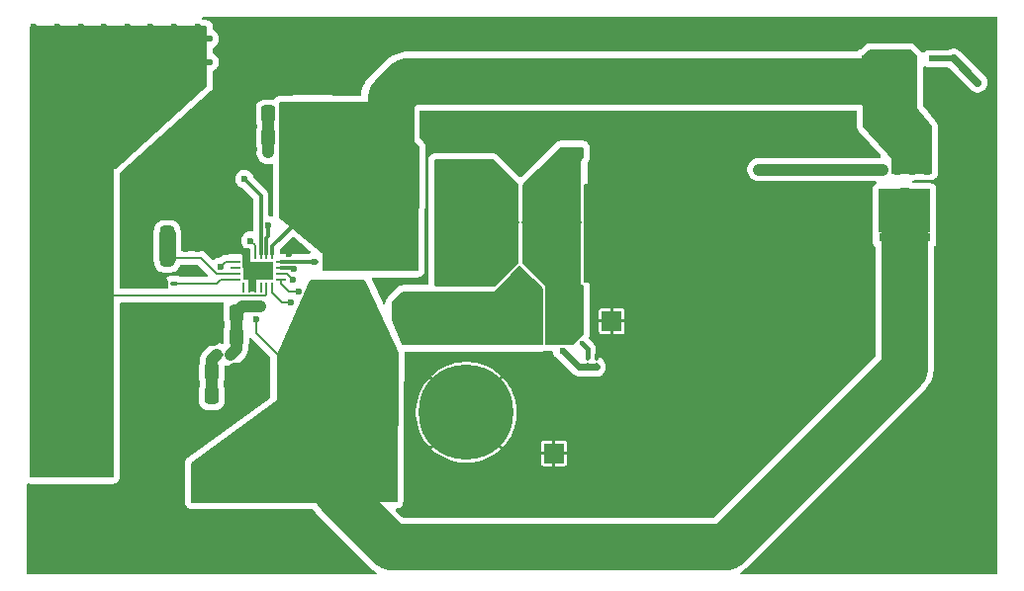
<source format=gbr>
%TF.GenerationSoftware,KiCad,Pcbnew,9.0.1*%
%TF.CreationDate,2025-11-16T17:30:07-08:00*%
%TF.ProjectId,Si-LTC7800-Alternate,53692d4c-5443-4373-9830-302d416c7465,rev?*%
%TF.SameCoordinates,Original*%
%TF.FileFunction,Copper,L1,Top*%
%TF.FilePolarity,Positive*%
%FSLAX46Y46*%
G04 Gerber Fmt 4.6, Leading zero omitted, Abs format (unit mm)*
G04 Created by KiCad (PCBNEW 9.0.1) date 2025-11-16 17:30:07*
%MOMM*%
%LPD*%
G01*
G04 APERTURE LIST*
G04 Aperture macros list*
%AMRoundRect*
0 Rectangle with rounded corners*
0 $1 Rounding radius*
0 $2 $3 $4 $5 $6 $7 $8 $9 X,Y pos of 4 corners*
0 Add a 4 corners polygon primitive as box body*
4,1,4,$2,$3,$4,$5,$6,$7,$8,$9,$2,$3,0*
0 Add four circle primitives for the rounded corners*
1,1,$1+$1,$2,$3*
1,1,$1+$1,$4,$5*
1,1,$1+$1,$6,$7*
1,1,$1+$1,$8,$9*
0 Add four rect primitives between the rounded corners*
20,1,$1+$1,$2,$3,$4,$5,0*
20,1,$1+$1,$4,$5,$6,$7,0*
20,1,$1+$1,$6,$7,$8,$9,0*
20,1,$1+$1,$8,$9,$2,$3,0*%
G04 Aperture macros list end*
%TA.AperFunction,Conductor*%
%ADD10C,0.200000*%
%TD*%
%TA.AperFunction,SMDPad,CuDef*%
%ADD11RoundRect,0.250000X-0.337500X-0.475000X0.337500X-0.475000X0.337500X0.475000X-0.337500X0.475000X0*%
%TD*%
%TA.AperFunction,SMDPad,CuDef*%
%ADD12R,2.380000X8.500000*%
%TD*%
%TA.AperFunction,SMDPad,CuDef*%
%ADD13RoundRect,0.250000X0.337500X0.475000X-0.337500X0.475000X-0.337500X-0.475000X0.337500X-0.475000X0*%
%TD*%
%TA.AperFunction,SMDPad,CuDef*%
%ADD14RoundRect,0.100000X-0.224506X0.083085X0.083085X-0.224506X0.224506X-0.083085X-0.083085X0.224506X0*%
%TD*%
%TA.AperFunction,SMDPad,CuDef*%
%ADD15RoundRect,0.100000X0.100000X-0.217500X0.100000X0.217500X-0.100000X0.217500X-0.100000X-0.217500X0*%
%TD*%
%TA.AperFunction,SMDPad,CuDef*%
%ADD16R,0.850000X0.500000*%
%TD*%
%TA.AperFunction,SMDPad,CuDef*%
%ADD17R,0.800000X0.600000*%
%TD*%
%TA.AperFunction,SMDPad,CuDef*%
%ADD18R,3.750000X4.410000*%
%TD*%
%TA.AperFunction,SMDPad,CuDef*%
%ADD19RoundRect,0.100000X-0.217500X-0.100000X0.217500X-0.100000X0.217500X0.100000X-0.217500X0.100000X0*%
%TD*%
%TA.AperFunction,ComponentPad*%
%ADD20C,8.115000*%
%TD*%
%TA.AperFunction,ComponentPad*%
%ADD21R,1.700000X1.700000*%
%TD*%
%TA.AperFunction,SMDPad,CuDef*%
%ADD22R,0.270000X0.840000*%
%TD*%
%TA.AperFunction,SMDPad,CuDef*%
%ADD23R,0.840000X0.270000*%
%TD*%
%TA.AperFunction,SMDPad,CuDef*%
%ADD24R,2.650000X1.650000*%
%TD*%
%TA.AperFunction,SMDPad,CuDef*%
%ADD25RoundRect,0.100000X-0.100000X0.217500X-0.100000X-0.217500X0.100000X-0.217500X0.100000X0.217500X0*%
%TD*%
%TA.AperFunction,SMDPad,CuDef*%
%ADD26RoundRect,0.250000X-0.475000X0.337500X-0.475000X-0.337500X0.475000X-0.337500X0.475000X0.337500X0*%
%TD*%
%TA.AperFunction,SMDPad,CuDef*%
%ADD27RoundRect,0.100000X0.217500X0.100000X-0.217500X0.100000X-0.217500X-0.100000X0.217500X-0.100000X0*%
%TD*%
%TA.AperFunction,SMDPad,CuDef*%
%ADD28R,0.500000X0.850000*%
%TD*%
%TA.AperFunction,SMDPad,CuDef*%
%ADD29R,0.600000X0.800000*%
%TD*%
%TA.AperFunction,SMDPad,CuDef*%
%ADD30R,4.410000X3.750000*%
%TD*%
%TA.AperFunction,SMDPad,CuDef*%
%ADD31RoundRect,0.250000X0.475000X-0.337500X0.475000X0.337500X-0.475000X0.337500X-0.475000X-0.337500X0*%
%TD*%
%TA.AperFunction,ViaPad*%
%ADD32C,0.600000*%
%TD*%
%TA.AperFunction,Conductor*%
%ADD33C,0.300000*%
%TD*%
%TA.AperFunction,Conductor*%
%ADD34C,0.500000*%
%TD*%
%TA.AperFunction,Conductor*%
%ADD35C,0.700000*%
%TD*%
%TA.AperFunction,Conductor*%
%ADD36C,1.397000*%
%TD*%
%TA.AperFunction,Conductor*%
%ADD37C,4.000000*%
%TD*%
%TA.AperFunction,Conductor*%
%ADD38C,2.000000*%
%TD*%
%TA.AperFunction,Conductor*%
%ADD39C,1.000000*%
%TD*%
%TA.AperFunction,Conductor*%
%ADD40C,0.600000*%
%TD*%
%TA.AperFunction,Conductor*%
%ADD41C,0.400000*%
%TD*%
G04 APERTURE END LIST*
D10*
%TO.N,/SW*%
X136779808Y-121663870D02*
X137260265Y-131288135D01*
X132086998Y-131270555D01*
X132086999Y-121464545D01*
X133724117Y-121449701D01*
X136555899Y-121448608D01*
X136779808Y-121663870D01*
%TA.AperFunction,Conductor*%
G36*
X136779808Y-121663870D02*
G01*
X137260265Y-131288135D01*
X132086998Y-131270555D01*
X132086999Y-121464545D01*
X133724117Y-121449701D01*
X136555899Y-121448608D01*
X136779808Y-121663870D01*
G37*
%TD.AperFunction*%
%TO.N,GND*%
X160056844Y-136829212D02*
X158141698Y-136829212D01*
X158141698Y-128510579D01*
X160056844Y-128510579D01*
X160056844Y-136829212D01*
%TA.AperFunction,Conductor*%
G36*
X160056844Y-136829212D02*
G01*
X158141698Y-136829212D01*
X158141698Y-128510579D01*
X160056844Y-128510579D01*
X160056844Y-136829212D01*
G37*
%TD.AperFunction*%
X129837387Y-137601108D02*
X129432253Y-137596089D01*
X129432253Y-136596089D01*
X129834260Y-136596089D01*
X129837387Y-137601108D01*
%TA.AperFunction,Conductor*%
G36*
X129837387Y-137601108D02*
G01*
X129432253Y-137596089D01*
X129432253Y-136596089D01*
X129834260Y-136596089D01*
X129837387Y-137601108D01*
G37*
%TD.AperFunction*%
%TO.N,/Vout*%
X117730359Y-153517721D02*
X110730359Y-153517721D01*
X110730359Y-116517721D01*
X117730359Y-116517721D01*
X117730359Y-153517721D01*
%TA.AperFunction,Conductor*%
G36*
X117730359Y-153517721D02*
G01*
X110730359Y-153517721D01*
X110730359Y-116517721D01*
X117730359Y-116517721D01*
X117730359Y-153517721D01*
G37*
%TD.AperFunction*%
%TO.N,/SW*%
X140102834Y-121470384D02*
X143870182Y-125256474D01*
X143848710Y-135820898D01*
X135744861Y-135818931D01*
X135743949Y-135749656D01*
X135716651Y-121446673D01*
X140102834Y-121470384D01*
%TA.AperFunction,Conductor*%
G36*
X140102834Y-121470384D02*
G01*
X143870182Y-125256474D01*
X143848710Y-135820898D01*
X135744861Y-135818931D01*
X135743949Y-135749656D01*
X135716651Y-121446673D01*
X140102834Y-121470384D01*
G37*
%TD.AperFunction*%
X136011865Y-134538337D02*
X135978304Y-134538337D01*
X132086998Y-131270555D01*
X136016061Y-131266084D01*
X136011865Y-134538337D01*
%TA.AperFunction,Conductor*%
G36*
X136011865Y-134538337D02*
G01*
X135978304Y-134538337D01*
X132086998Y-131270555D01*
X136016061Y-131266084D01*
X136011865Y-134538337D01*
G37*
%TD.AperFunction*%
%TO.N,/Vout*%
X125730359Y-120000000D02*
X117967825Y-127086351D01*
X110730359Y-127000000D01*
X110730359Y-115000000D01*
X125730359Y-115000000D01*
X125730359Y-120000000D01*
%TA.AperFunction,Conductor*%
G36*
X125730359Y-120000000D02*
G01*
X117967825Y-127086351D01*
X110730359Y-127000000D01*
X110730359Y-115000000D01*
X125730359Y-115000000D01*
X125730359Y-120000000D01*
G37*
%TD.AperFunction*%
%TO.N,/VIN*%
X133680461Y-155678080D02*
X124500000Y-155678080D01*
X124500000Y-152345411D01*
X133645471Y-145728505D01*
X133680461Y-155678080D01*
%TA.AperFunction,Conductor*%
G36*
X133680461Y-155678080D02*
G01*
X124500000Y-155678080D01*
X124500000Y-152345411D01*
X133645471Y-145728505D01*
X133680461Y-155678080D01*
G37*
%TD.AperFunction*%
%TO.N,Net-(L1-Pad2)*%
X152383024Y-128515597D02*
X152383024Y-135194162D01*
X150464678Y-137112508D01*
X145386392Y-137112508D01*
X145367514Y-137093630D01*
X145367514Y-126370709D01*
X145368050Y-126370173D01*
X150237600Y-126370173D01*
X152383024Y-128515597D01*
%TA.AperFunction,Conductor*%
G36*
X152383024Y-128515597D02*
G01*
X152383024Y-135194162D01*
X150464678Y-137112508D01*
X145386392Y-137112508D01*
X145367514Y-137093630D01*
X145367514Y-126370709D01*
X145368050Y-126370173D01*
X150237600Y-126370173D01*
X152383024Y-128515597D01*
G37*
%TD.AperFunction*%
%TO.N,/SW*%
X186500000Y-117500000D02*
X186500000Y-122000000D01*
X187750000Y-123500000D01*
X187750000Y-127500000D01*
X184500000Y-127500000D01*
X184500000Y-126250000D01*
X182000000Y-123500000D01*
X182000000Y-117500000D01*
X182500000Y-117000000D01*
X186000000Y-117000000D01*
X186500000Y-117500000D01*
%TA.AperFunction,Conductor*%
G36*
X186500000Y-117500000D02*
G01*
X186500000Y-122000000D01*
X187750000Y-123500000D01*
X187750000Y-127500000D01*
X184500000Y-127500000D01*
X184500000Y-126250000D01*
X182000000Y-123500000D01*
X182000000Y-117500000D01*
X182500000Y-117000000D01*
X186000000Y-117000000D01*
X186500000Y-117500000D01*
G37*
%TD.AperFunction*%
%TO.N,/VIN*%
X142092171Y-142925733D02*
X142000000Y-155633247D01*
X131817612Y-155678080D01*
X131844028Y-143064504D01*
X134710568Y-136716955D01*
X139289130Y-136711072D01*
X142092171Y-142925733D01*
%TA.AperFunction,Conductor*%
G36*
X142092171Y-142925733D02*
G01*
X142000000Y-155633247D01*
X131817612Y-155678080D01*
X131844028Y-143064504D01*
X134710568Y-136716955D01*
X139289130Y-136711072D01*
X142092171Y-142925733D01*
G37*
%TD.AperFunction*%
%TO.N,/Vout*%
X157968492Y-125338787D02*
X157960242Y-126149387D01*
X157747698Y-126483971D01*
X157708427Y-137151462D01*
X154838903Y-137151462D01*
X152875483Y-135188042D01*
X152875483Y-128546224D01*
X156081118Y-125337712D01*
X157968492Y-125338787D01*
%TA.AperFunction,Conductor*%
G36*
X157968492Y-125338787D02*
G01*
X157960242Y-126149387D01*
X157747698Y-126483971D01*
X157708427Y-137151462D01*
X154838903Y-137151462D01*
X152875483Y-135188042D01*
X152875483Y-128546224D01*
X156081118Y-125337712D01*
X157968492Y-125338787D01*
G37*
%TD.AperFunction*%
%TO.N,GND*%
X120753748Y-135254840D02*
X122410179Y-136758298D01*
X122416440Y-137297408D01*
X119000000Y-137234419D01*
X119000000Y-131925262D01*
X120747684Y-131925262D01*
X120753748Y-135254840D01*
%TA.AperFunction,Conductor*%
G36*
X120753748Y-135254840D02*
G01*
X122410179Y-136758298D01*
X122416440Y-137297408D01*
X119000000Y-137234419D01*
X119000000Y-131925262D01*
X120747684Y-131925262D01*
X120753748Y-135254840D01*
G37*
%TD.AperFunction*%
%TO.N,/SENSE+*%
X150388081Y-142180623D02*
X142578222Y-142180623D01*
X141668011Y-140107736D01*
X141668010Y-138618943D01*
X142590314Y-137696639D01*
X150388081Y-137696639D01*
X150388081Y-142180623D01*
%TA.AperFunction,Conductor*%
G36*
X150388081Y-142180623D02*
G01*
X142578222Y-142180623D01*
X141668011Y-140107736D01*
X141668010Y-138618943D01*
X142590314Y-137696639D01*
X150388081Y-137696639D01*
X150388081Y-142180623D01*
G37*
%TD.AperFunction*%
%TO.N,GND*%
X129405134Y-135005019D02*
X129000000Y-135000000D01*
X129000000Y-134000000D01*
X129402007Y-134000000D01*
X129405134Y-135005019D01*
%TA.AperFunction,Conductor*%
G36*
X129405134Y-135005019D02*
G01*
X129000000Y-135000000D01*
X129000000Y-134000000D01*
X129402007Y-134000000D01*
X129405134Y-135005019D01*
G37*
%TD.AperFunction*%
%TO.N,/Vout*%
X157956668Y-141328852D02*
X157126165Y-142159355D01*
X154838903Y-142159355D01*
X154838903Y-137151462D01*
X157956668Y-137151462D01*
X157956668Y-141328852D01*
%TA.AperFunction,Conductor*%
G36*
X157956668Y-141328852D02*
G01*
X157126165Y-142159355D01*
X154838903Y-142159355D01*
X154838903Y-137151462D01*
X157956668Y-137151462D01*
X157956668Y-141328852D01*
G37*
%TD.AperFunction*%
%TO.N,/SENSE+*%
X154449884Y-137431032D02*
X154449884Y-140252282D01*
X154449884Y-142180623D01*
X150388081Y-142180623D01*
X150388081Y-137744749D01*
X150857583Y-137275247D01*
X152575841Y-135556989D01*
X154449884Y-137431032D01*
%TA.AperFunction,Conductor*%
G36*
X154449884Y-137431032D02*
G01*
X154449884Y-140252282D01*
X154449884Y-142180623D01*
X150388081Y-142180623D01*
X150388081Y-137744749D01*
X150857583Y-137275247D01*
X152575841Y-135556989D01*
X154449884Y-137431032D01*
G37*
%TD.AperFunction*%
%TD*%
D11*
%TO.P,C3,1*%
%TO.N,/BOOST*%
X131067215Y-124443160D03*
%TO.P,C3,2*%
%TO.N,/SW*%
X133142215Y-124443160D03*
%TD*%
D12*
%TO.P,L1,1*%
%TO.N,/SW*%
X142723346Y-131618655D03*
%TO.P,L1,2*%
%TO.N,Net-(L1-Pad2)*%
X149373346Y-131618655D03*
%TD*%
D11*
%TO.P,COUT1,1*%
%TO.N,/Vout*%
X157060780Y-129496750D03*
%TO.P,COUT1,2*%
%TO.N,GND*%
X159135780Y-129496750D03*
%TD*%
D13*
%TO.P,C5,1*%
%TO.N,GND*%
X128302022Y-144526910D03*
%TO.P,C5,2*%
%TO.N,Net-(C5-Pad2)*%
X126227022Y-144526910D03*
%TD*%
D14*
%TO.P,R4,1*%
%TO.N,Net-(L1-Pad2)*%
X152063250Y-135201343D03*
%TO.P,R4,2*%
%TO.N,/SENSE+*%
X152639542Y-135777635D03*
%TD*%
D13*
%TO.P,C5_EX1,1*%
%TO.N,GND*%
X128302022Y-146554275D03*
%TO.P,C5_EX1,2*%
%TO.N,Net-(C5-Pad2)*%
X126227022Y-146554275D03*
%TD*%
%TO.P,COUT_EX2,1*%
%TO.N,GND*%
X158994193Y-135924840D03*
%TO.P,COUT_EX2,2*%
%TO.N,/Vout*%
X156919193Y-135924840D03*
%TD*%
D15*
%TO.P,R5,1*%
%TO.N,/VFB*%
X159143009Y-144095821D03*
%TO.P,R5,2*%
%TO.N,GND*%
X159143009Y-143280821D03*
%TD*%
D11*
%TO.P,CSENSE1,1*%
%TO.N,/SENSE+*%
X153610890Y-138332803D03*
%TO.P,CSENSE1,2*%
%TO.N,/Vout*%
X155685890Y-138332803D03*
%TD*%
D16*
%TO.P,Q2,1,S_1*%
%TO.N,GND*%
X188000000Y-121520000D03*
%TO.P,Q2,2,S_2*%
X188000000Y-120250000D03*
%TO.P,Q2,3,S_3*%
X188000000Y-118980000D03*
%TO.P,Q2,4,G*%
%TO.N,/BG*%
X188000000Y-117710000D03*
D17*
%TO.P,Q2,5,D_1*%
%TO.N,/SW*%
X182175000Y-117710000D03*
%TO.P,Q2,6,D_2*%
X182175000Y-118980000D03*
%TO.P,Q2,7,D_3*%
X182175000Y-120250000D03*
%TO.P,Q2,8,D_4*%
X182175000Y-121520000D03*
D18*
%TO.P,Q2,9,D_5*%
X184450000Y-119615000D03*
%TD*%
D19*
%TO.P,RSENSE1,1*%
%TO.N,Net-(L1-Pad2)*%
X152223916Y-131747236D03*
%TO.P,RSENSE1,2*%
%TO.N,/Vout*%
X153038916Y-131747236D03*
%TD*%
D20*
%TO.P,VSource_IN1,1,1*%
%TO.N,/VIN*%
X137000000Y-148000000D03*
%TD*%
D11*
%TO.P,C1_EX1,1*%
%TO.N,GND*%
X120332776Y-132763151D03*
%TO.P,C1_EX1,2*%
%TO.N,Net-(U1-TRACK{slash}SS)*%
X122407776Y-132763151D03*
%TD*%
D13*
%TO.P,C3_EX1,1*%
%TO.N,/SW*%
X133142215Y-122443160D03*
%TO.P,C3_EX1,2*%
%TO.N,/BOOST*%
X131067215Y-122443160D03*
%TD*%
D14*
%TO.P,R6,1*%
%TO.N,/Vout*%
X157341651Y-141552969D03*
%TO.P,R6,2*%
%TO.N,Net-(R6-Pad2)*%
X157917943Y-142129261D03*
%TD*%
D21*
%TO.P,VOUT1,1,Pin_1*%
%TO.N,/Vout*%
X156982531Y-126142225D03*
%TD*%
D22*
%TO.P,U1,1,PLLIN/MODE*%
%TO.N,unconnected-(U1-PLLIN{slash}MODE-Pad1)*%
X128905134Y-137293045D03*
%TO.P,U1,2,SGND*%
%TO.N,GND*%
X129405134Y-137293045D03*
%TO.P,U1,3,SGND*%
X129905134Y-137293045D03*
%TO.P,U1,4,RUN*%
%TO.N,unconnected-(U1-RUN-Pad4)*%
X130405134Y-137293045D03*
%TO.P,U1,5,SENSE-*%
%TO.N,/Vout*%
X130905134Y-137293045D03*
%TO.P,U1,6,SENSE+*%
%TO.N,/SENSE+*%
X131405134Y-137293045D03*
D23*
%TO.P,U1,7,VFB*%
%TO.N,/VFB*%
X132100134Y-136598045D03*
%TO.P,U1,8,ITH*%
%TO.N,/ITH*%
X132100134Y-136098045D03*
%TO.P,U1,9,PGOOD*%
%TO.N,Net-(U1-PGOOD)*%
X132100134Y-135598045D03*
%TO.P,U1,10,TG*%
%TO.N,/TG*%
X132100134Y-135098045D03*
D22*
%TO.P,U1,11,SW*%
%TO.N,/SW*%
X131405134Y-134403045D03*
%TO.P,U1,12,BOOST*%
%TO.N,/BOOST*%
X130905134Y-134403045D03*
%TO.P,U1,13,BG*%
%TO.N,/BG*%
X130405134Y-134403045D03*
%TO.P,U1,14,INTVCC*%
%TO.N,/INTVCC*%
X129905134Y-134403045D03*
%TO.P,U1,15,EXTVCC*%
%TO.N,GND*%
X129405134Y-134403045D03*
%TO.P,U1,16,PGND*%
X128905134Y-134403045D03*
D23*
%TO.P,U1,17,VIN*%
%TO.N,/VIN*%
X128210134Y-135098045D03*
%TO.P,U1,18,ILIM*%
%TO.N,unconnected-(U1-ILIM-Pad18)*%
X128210134Y-135598045D03*
%TO.P,U1,19,TRACK/SS*%
%TO.N,Net-(U1-TRACK{slash}SS)*%
X128210134Y-136098045D03*
%TO.P,U1,20,FREQ*%
%TO.N,Net-(U1-FREQ)*%
X128210134Y-136598045D03*
D24*
%TO.P,U1,21,SGND*%
%TO.N,GND*%
X130155134Y-135848045D03*
%TD*%
D25*
%TO.P,R7,1*%
%TO.N,Net-(R6-Pad2)*%
X158353713Y-143280821D03*
%TO.P,R7,2*%
%TO.N,/VFB*%
X158353713Y-144095821D03*
%TD*%
D19*
%TO.P,R2,1*%
%TO.N,GND*%
X122156109Y-136967511D03*
%TO.P,R2,2*%
%TO.N,Net-(U1-FREQ)*%
X122971109Y-136967511D03*
%TD*%
D26*
%TO.P,CinA2,1*%
%TO.N,/VIN*%
X129750000Y-155212500D03*
%TO.P,CinA2,2*%
%TO.N,GND*%
X129750000Y-157287500D03*
%TD*%
D21*
%TO.P,TP_VIN1,1,Pin_1*%
%TO.N,/VIN*%
X137500000Y-140500000D03*
%TD*%
D27*
%TO.P,R9,1*%
%TO.N,/ITH*%
X127672022Y-143038117D03*
%TO.P,R9,2*%
%TO.N,Net-(C5-Pad2)*%
X126857022Y-143038117D03*
%TD*%
D20*
%TO.P,VSource_GND1,1,1*%
%TO.N,GND*%
X148000000Y-148000000D03*
%TD*%
D11*
%TO.P,C1,1*%
%TO.N,GND*%
X120335688Y-134775784D03*
%TO.P,C1,2*%
%TO.N,Net-(U1-TRACK{slash}SS)*%
X122410688Y-134775784D03*
%TD*%
%TO.P,C6_EX1,1*%
%TO.N,GND*%
X126227022Y-141518059D03*
%TO.P,C6_EX1,2*%
%TO.N,/ITH*%
X128302022Y-141518059D03*
%TD*%
D13*
%TO.P,CSENSE_EX1,1*%
%TO.N,/Vout*%
X155685890Y-140461028D03*
%TO.P,CSENSE_EX1,2*%
%TO.N,/SENSE+*%
X153610890Y-140461028D03*
%TD*%
D11*
%TO.P,C6,1*%
%TO.N,GND*%
X126227022Y-139518059D03*
%TO.P,C6,2*%
%TO.N,/ITH*%
X128302022Y-139518059D03*
%TD*%
D26*
%TO.P,CinB1_EX1,1*%
%TO.N,/VIN*%
X125750000Y-155175000D03*
%TO.P,CinB1_EX1,2*%
%TO.N,GND*%
X125750000Y-157250000D03*
%TD*%
%TO.P,CinB1,1*%
%TO.N,/VIN*%
X133750000Y-155212500D03*
%TO.P,CinB1,2*%
%TO.N,GND*%
X133750000Y-157287500D03*
%TD*%
D21*
%TO.P,GND1,1,Pin_1*%
%TO.N,GND*%
X160447591Y-140176070D03*
%TD*%
D28*
%TO.P,Q1,1,S_1*%
%TO.N,/SW*%
X187405000Y-127200000D03*
%TO.P,Q1,2,S_2*%
X186135000Y-127200000D03*
%TO.P,Q1,3,S_3*%
X184865000Y-127200000D03*
%TO.P,Q1,4,G*%
%TO.N,/TG*%
X183595000Y-127200000D03*
D29*
%TO.P,Q1,5,D_1*%
%TO.N,/VIN*%
X183595000Y-133025000D03*
%TO.P,Q1,6,D_2*%
X184865000Y-133025000D03*
%TO.P,Q1,7,D_3*%
X186135000Y-133025000D03*
%TO.P,Q1,8,D_4*%
X187405000Y-133025000D03*
D30*
%TO.P,Q1,9,D_5*%
X185500000Y-130750000D03*
%TD*%
D13*
%TO.P,COUT_EX1,1*%
%TO.N,GND*%
X158994193Y-133810461D03*
%TO.P,COUT_EX1,2*%
%TO.N,/Vout*%
X156919193Y-133810461D03*
%TD*%
D31*
%TO.P,CinA1_EX1,1*%
%TO.N,GND*%
X127750000Y-157250000D03*
%TO.P,CinA1_EX1,2*%
%TO.N,/VIN*%
X127750000Y-155175000D03*
%TD*%
D26*
%TO.P,CinA1,1*%
%TO.N,/VIN*%
X131750000Y-155212500D03*
%TO.P,CinA1,2*%
%TO.N,GND*%
X131750000Y-157287500D03*
%TD*%
D21*
%TO.P,TP_VIN2,1,Pin_1*%
%TO.N,GND*%
X155500000Y-151500000D03*
%TD*%
D19*
%TO.P,RLOAD1,1*%
%TO.N,/Vout*%
X157549193Y-131745663D03*
%TO.P,RLOAD1,2*%
%TO.N,GND*%
X158364193Y-131745663D03*
%TD*%
D32*
%TO.N,/BG*%
X191750000Y-119750000D03*
X129000000Y-128000000D03*
%TO.N,GND*%
X170750000Y-142500000D03*
X121500000Y-153500000D03*
X122000000Y-126000000D03*
X172750000Y-141250000D03*
X126000000Y-134000000D03*
X121000000Y-131000000D03*
X122500000Y-152500000D03*
X187750000Y-155750000D03*
X127000000Y-133000000D03*
X125000000Y-128000000D03*
X120500000Y-152500000D03*
X170750000Y-141250000D03*
X123000000Y-129000000D03*
X123000000Y-131000000D03*
X123000000Y-127000000D03*
X126000000Y-125000000D03*
X189000000Y-154500000D03*
X122500000Y-153500000D03*
X119000000Y-131000000D03*
X123000000Y-125000000D03*
X168750000Y-141250000D03*
X126000000Y-123000000D03*
X124000000Y-127000000D03*
X121500000Y-151500000D03*
X127000000Y-134000000D03*
X126000000Y-122000000D03*
X122000000Y-127000000D03*
X125000000Y-124000000D03*
X127000000Y-126000000D03*
X168750000Y-140000000D03*
X169750000Y-140000000D03*
X125000000Y-133000000D03*
X121000000Y-130000000D03*
X124000000Y-124000000D03*
X171750000Y-143500000D03*
X170750000Y-143500000D03*
X127000000Y-125000000D03*
X127000000Y-127000000D03*
X171750000Y-141250000D03*
X169750000Y-143500000D03*
X128000000Y-133000000D03*
X171750000Y-142500000D03*
X123000000Y-126000000D03*
X120500000Y-151500000D03*
X127000000Y-128000000D03*
X186500000Y-155750000D03*
X127000000Y-121000000D03*
X170750000Y-140000000D03*
X127000000Y-124000000D03*
X124000000Y-125000000D03*
X172750000Y-143500000D03*
X124000000Y-126000000D03*
X121000000Y-129000000D03*
X168750000Y-142500000D03*
X172750000Y-142500000D03*
X126000000Y-124000000D03*
X121500000Y-152500000D03*
X125000000Y-125000000D03*
X124000000Y-128000000D03*
X127000000Y-123000000D03*
X122000000Y-129000000D03*
X122000000Y-131000000D03*
X123000000Y-128000000D03*
X125000000Y-127000000D03*
X126000000Y-127000000D03*
X127000000Y-122000000D03*
X169750000Y-142500000D03*
X124000000Y-133000000D03*
X121000000Y-128000000D03*
X126000000Y-128000000D03*
X169750000Y-141250000D03*
X189000000Y-155750000D03*
X171750000Y-140000000D03*
X186500000Y-157000000D03*
X122000000Y-130000000D03*
X168750000Y-143500000D03*
X124000000Y-134000000D03*
X120000000Y-131000000D03*
X119000000Y-130000000D03*
X172750000Y-140000000D03*
X126000000Y-133000000D03*
X122500000Y-151500000D03*
X122000000Y-128000000D03*
X121000000Y-127000000D03*
X120500000Y-153500000D03*
X132791643Y-134441604D03*
X119000000Y-129000000D03*
X125000000Y-126000000D03*
X123000000Y-130000000D03*
X125000000Y-134000000D03*
X189000000Y-157000000D03*
X120000000Y-130000000D03*
X187750000Y-157000000D03*
X126000000Y-126000000D03*
X120000000Y-128000000D03*
X187750000Y-154500000D03*
X125000000Y-123000000D03*
X120000000Y-129000000D03*
X186500000Y-154500000D03*
%TO.N,/INTVCC*%
X129541546Y-133293218D03*
%TO.N,/BOOST*%
X131055754Y-131981697D03*
X131055754Y-125740699D03*
%TO.N,/Vout*%
X116000000Y-120000000D03*
X117000000Y-115000000D03*
X114000000Y-122000000D03*
X123000000Y-117000000D03*
X126000000Y-118000000D03*
X114000000Y-120000000D03*
X111000000Y-117000000D03*
X116000000Y-116000000D03*
X112000000Y-126000000D03*
X122000000Y-120000000D03*
X117000000Y-119000000D03*
X122000000Y-118000000D03*
X116000000Y-122000000D03*
X113000000Y-117000000D03*
X119000000Y-121000000D03*
X115000000Y-115000000D03*
X112000000Y-116000000D03*
X113000000Y-115000000D03*
X124000000Y-118000000D03*
X115000000Y-123000000D03*
X111000000Y-121000000D03*
X111000000Y-115000000D03*
X123000000Y-119000000D03*
X118000000Y-124000000D03*
X113000000Y-119000000D03*
X114000000Y-116000000D03*
X111000000Y-123000000D03*
X116000000Y-118000000D03*
X124000000Y-116000000D03*
X126000000Y-116000000D03*
X118000000Y-118000000D03*
X120000000Y-118000000D03*
X121000000Y-123000000D03*
X121000000Y-119000000D03*
X111000000Y-125000000D03*
X119000000Y-115000000D03*
X118000000Y-122000000D03*
X117000000Y-125000000D03*
X122000000Y-116000000D03*
X116000000Y-116000000D03*
X115000000Y-121000000D03*
X114000000Y-126000000D03*
X112000000Y-118000000D03*
X113000000Y-125000000D03*
X120000000Y-124000000D03*
X113000000Y-121000000D03*
X121000000Y-115000000D03*
X112000000Y-124000000D03*
X112000000Y-120000000D03*
X125000000Y-115000000D03*
X117000000Y-117000000D03*
X119000000Y-117000000D03*
X115000000Y-125000000D03*
X118000000Y-116000000D03*
X121000000Y-121000000D03*
X124000000Y-120000000D03*
X121000000Y-117000000D03*
X114000000Y-118000000D03*
X112000000Y-122000000D03*
X125000000Y-119000000D03*
X119000000Y-125000000D03*
X118000000Y-120000000D03*
X117000000Y-127000000D03*
X125000000Y-117000000D03*
X111000000Y-119000000D03*
X115000000Y-119000000D03*
X122000000Y-122000000D03*
X120000000Y-116000000D03*
X113000000Y-123000000D03*
X123000000Y-121000000D03*
X114000000Y-124000000D03*
X119000000Y-123000000D03*
X116000000Y-126000000D03*
X115000000Y-127000000D03*
X123000000Y-115000000D03*
X117000000Y-121000000D03*
X117000000Y-123000000D03*
X120000000Y-120000000D03*
X120000000Y-122000000D03*
X111000000Y-127000000D03*
X118000000Y-126000000D03*
X115000000Y-117000000D03*
X113000000Y-127000000D03*
X119000000Y-119000000D03*
X116000000Y-124000000D03*
%TO.N,/SENSE+*%
X142334423Y-138576406D03*
X133023955Y-138580578D03*
%TO.N,/VFB*%
X156228933Y-142738933D03*
X133640768Y-137677682D03*
%TO.N,/VIN*%
X130000000Y-140000000D03*
X127000000Y-135518467D03*
%TO.N,/TG*%
X173000000Y-127250000D03*
X135000000Y-135098045D03*
%TO.N,Net-(U1-PGOOD)*%
X133205977Y-135727623D03*
%TO.N,/ITH*%
X133192265Y-136655934D03*
X130394280Y-138962381D03*
%TD*%
D33*
%TO.N,/BG*%
X130405134Y-134403045D02*
X130405134Y-129405134D01*
D34*
X189710000Y-117710000D02*
X188000000Y-117710000D01*
D33*
X130405134Y-129405134D02*
X129000000Y-128000000D01*
D35*
X191750000Y-119750000D02*
X189710000Y-117710000D01*
D10*
%TO.N,Net-(U1-TRACK{slash}SS)*%
X122578113Y-134943209D02*
X122410688Y-134775784D01*
X122407776Y-134772872D02*
X122410688Y-134775784D01*
D36*
X122407776Y-132763151D02*
X122407776Y-134772872D01*
D10*
X125272550Y-134775784D02*
X122410688Y-134775784D01*
X128210134Y-136098045D02*
X126594811Y-136098045D01*
X126594811Y-136098045D02*
X125272550Y-134775784D01*
%TO.N,GND*%
X129405134Y-137293045D02*
X129405134Y-136598045D01*
X129217134Y-135848045D02*
X130155134Y-135848045D01*
X129405134Y-135098045D02*
X130155134Y-135848045D01*
X129405134Y-134403045D02*
X129405134Y-135098045D01*
X129905134Y-137293045D02*
X129905134Y-136098045D01*
X130155134Y-135653045D02*
X130155134Y-135848045D01*
X128905134Y-135536045D02*
X129217134Y-135848045D01*
X129905134Y-136098045D02*
X130155134Y-135848045D01*
X128905134Y-134403045D02*
X128905134Y-135536045D01*
X129405134Y-136598045D02*
X130155134Y-135848045D01*
%TO.N,/INTVCC*%
X129905134Y-134403045D02*
X129905134Y-133656806D01*
X129905134Y-133656806D02*
X129541546Y-133293218D01*
D37*
%TO.N,/SW*%
X142885000Y-119615000D02*
X184450000Y-119615000D01*
D33*
X131405134Y-133763550D02*
X133970426Y-131198258D01*
X131405134Y-134403045D02*
X131405134Y-133763550D01*
D37*
X141500000Y-126927201D02*
X141500000Y-121000000D01*
X141500000Y-121000000D02*
X142885000Y-119615000D01*
D38*
X139793416Y-128633785D02*
X141500000Y-126927201D01*
D33*
X133970426Y-129169369D02*
X133966312Y-129165255D01*
X133970426Y-131198258D02*
X133970426Y-129169369D01*
D10*
%TO.N,/BOOST*%
X131055754Y-131981697D02*
X131044180Y-131993271D01*
D33*
X130905134Y-134403045D02*
X130905134Y-133814361D01*
D39*
X131067215Y-125729238D02*
X131067215Y-122443160D01*
D33*
X130904661Y-133813888D02*
X130904661Y-133049882D01*
X130904661Y-133049882D02*
X131044180Y-132910363D01*
D39*
X131055754Y-125740699D02*
X131067215Y-125729238D01*
D33*
X131044180Y-132910363D02*
X131044180Y-131993271D01*
X130905134Y-133814361D02*
X130904661Y-133813888D01*
D10*
%TO.N,/Vout*%
X130818179Y-138000000D02*
X117212638Y-138000000D01*
X130905134Y-137293045D02*
X130905134Y-137913045D01*
X130905134Y-137913045D02*
X130818179Y-138000000D01*
%TO.N,/SENSE+*%
X133023955Y-138580578D02*
X132210612Y-138580578D01*
X131405134Y-137775100D02*
X131405134Y-137293045D01*
X142604866Y-140505789D02*
X145460887Y-140505789D01*
X145460887Y-140505789D02*
X147386098Y-138580578D01*
X142334423Y-138576406D02*
X142334423Y-140235346D01*
X142334423Y-140235346D02*
X142604866Y-140505789D01*
X132210612Y-138580578D02*
X131405134Y-137775100D01*
%TO.N,/VFB*%
X132100134Y-136953343D02*
X132100134Y-136598045D01*
X159128788Y-144095821D02*
X159143009Y-144110042D01*
X132824473Y-137677682D02*
X132100134Y-136953343D01*
D40*
X156271085Y-142738933D02*
X157627973Y-144095821D01*
X157627973Y-144095821D02*
X159128788Y-144095821D01*
X156228933Y-142738933D02*
X156271085Y-142738933D01*
D10*
X133640768Y-137677682D02*
X132824473Y-137677682D01*
%TO.N,/VIN*%
X127000000Y-135518467D02*
X127000000Y-135503237D01*
D37*
X141500000Y-159500000D02*
X170250000Y-159500000D01*
D10*
X130000000Y-140000000D02*
X130000000Y-141220476D01*
X141000000Y-150239685D02*
X136954891Y-146194576D01*
D37*
X170250000Y-159500000D02*
X185500000Y-144250000D01*
D10*
X129801819Y-153856766D02*
X129801819Y-153347648D01*
D37*
X185500000Y-144250000D02*
X185500000Y-130750000D01*
X136954891Y-154954891D02*
X141500000Y-159500000D01*
D10*
X136954891Y-146194576D02*
X136954891Y-154954891D01*
X127405192Y-135098045D02*
X128210134Y-135098045D01*
X127000000Y-135503237D02*
X127405192Y-135098045D01*
X130000000Y-141220476D02*
X135000000Y-146220476D01*
X141000000Y-154962500D02*
X141000000Y-150239685D01*
D33*
%TO.N,/TG*%
X132100134Y-135098045D02*
X135000000Y-135098045D01*
X173000000Y-127250000D02*
X173050000Y-127200000D01*
X135000000Y-135098045D02*
X135183809Y-135098045D01*
D10*
X135183809Y-135098045D02*
X135184125Y-135097729D01*
D39*
X173050000Y-127200000D02*
X183595000Y-127200000D01*
D33*
%TO.N,Net-(U1-PGOOD)*%
X133076399Y-135598045D02*
X132100134Y-135598045D01*
X133205977Y-135727623D02*
X133076399Y-135598045D01*
D10*
%TO.N,Net-(U1-FREQ)*%
X123003598Y-137000000D02*
X126598045Y-137000000D01*
X122971109Y-136967511D02*
X123003598Y-137000000D01*
X126598045Y-137000000D02*
X127000000Y-136598045D01*
X127000000Y-136598045D02*
X128210134Y-136598045D01*
D39*
%TO.N,Net-(C5-Pad2)*%
X126227022Y-144526910D02*
X126227022Y-143485039D01*
X126227022Y-144526910D02*
X126227022Y-146554275D01*
X126227022Y-143485039D02*
X126673944Y-143038117D01*
%TO.N,/ITH*%
X128302022Y-141518059D02*
X128302022Y-142591195D01*
X128857700Y-138962381D02*
X130394280Y-138962381D01*
D10*
X132634376Y-136098045D02*
X133192265Y-136655934D01*
D39*
X128302022Y-142591195D02*
X127855100Y-143038117D01*
X128302022Y-139518059D02*
X128857700Y-138962381D01*
X128302022Y-139518059D02*
X128302022Y-141518059D01*
D10*
X132100134Y-136098045D02*
X132634376Y-136098045D01*
D39*
X128302022Y-139518059D02*
X128485062Y-139335019D01*
D41*
%TO.N,Net-(R6-Pad2)*%
X158353713Y-142565031D02*
X158353713Y-143280821D01*
X157917943Y-142129261D02*
X158353713Y-142565031D01*
%TD*%
%TA.AperFunction,Conductor*%
%TO.N,GND*%
G36*
X127215860Y-138620185D02*
G01*
X127261615Y-138672989D01*
X127271559Y-138742147D01*
X127266528Y-138763498D01*
X127224523Y-138890262D01*
X127224523Y-138890263D01*
X127224522Y-138890263D01*
X127214022Y-138993042D01*
X127214022Y-140043060D01*
X127214023Y-140043078D01*
X127224522Y-140145855D01*
X127224523Y-140145858D01*
X127279707Y-140312390D01*
X127279710Y-140312397D01*
X127283060Y-140317827D01*
X127301522Y-140382925D01*
X127301522Y-140653193D01*
X127283063Y-140718284D01*
X127280710Y-140722098D01*
X127279707Y-140723726D01*
X127242809Y-140835078D01*
X127224523Y-140890262D01*
X127224523Y-140890263D01*
X127224522Y-140890263D01*
X127214022Y-140993042D01*
X127214022Y-141993312D01*
X127194337Y-142060351D01*
X127141533Y-142106106D01*
X127072375Y-142116050D01*
X127042570Y-142107873D01*
X126965784Y-142076067D01*
X126965772Y-142076064D01*
X126772487Y-142037617D01*
X126772484Y-142037617D01*
X126575404Y-142037617D01*
X126575401Y-142037617D01*
X126382115Y-142076064D01*
X126382107Y-142076066D01*
X126200033Y-142151484D01*
X126200023Y-142151489D01*
X126036163Y-142260977D01*
X126036159Y-142260980D01*
X125801104Y-142496036D01*
X125589243Y-142707897D01*
X125589240Y-142707900D01*
X125552917Y-142744223D01*
X125449881Y-142847258D01*
X125340393Y-143011118D01*
X125340386Y-143011131D01*
X125299789Y-143109145D01*
X125290582Y-143131373D01*
X125281375Y-143153601D01*
X125264972Y-143193199D01*
X125264969Y-143193209D01*
X125226522Y-143386495D01*
X125226522Y-143662044D01*
X125208063Y-143727135D01*
X125205710Y-143730949D01*
X125204707Y-143732577D01*
X125177310Y-143815257D01*
X125149523Y-143899113D01*
X125149523Y-143899114D01*
X125149522Y-143899114D01*
X125139022Y-144001893D01*
X125139022Y-145051911D01*
X125139023Y-145051929D01*
X125149522Y-145154706D01*
X125149523Y-145154709D01*
X125204707Y-145321241D01*
X125204708Y-145321244D01*
X125204709Y-145321245D01*
X125208060Y-145326678D01*
X125226522Y-145391776D01*
X125226522Y-145689409D01*
X125208063Y-145754500D01*
X125205710Y-145758314D01*
X125204707Y-145759942D01*
X125204707Y-145759943D01*
X125149523Y-145926478D01*
X125149523Y-145926479D01*
X125149522Y-145926479D01*
X125139022Y-146029258D01*
X125139022Y-147079276D01*
X125139023Y-147079294D01*
X125149522Y-147182071D01*
X125149523Y-147182074D01*
X125204707Y-147348606D01*
X125204708Y-147348609D01*
X125296810Y-147497931D01*
X125420866Y-147621987D01*
X125570188Y-147714089D01*
X125736725Y-147769274D01*
X125839513Y-147779775D01*
X126614530Y-147779774D01*
X126614538Y-147779773D01*
X126614541Y-147779773D01*
X126670824Y-147774023D01*
X126717319Y-147769274D01*
X126883856Y-147714089D01*
X127033178Y-147621987D01*
X127157234Y-147497931D01*
X127249336Y-147348609D01*
X127304521Y-147182072D01*
X127315022Y-147079284D01*
X127315021Y-146029267D01*
X127304521Y-145926478D01*
X127249336Y-145759941D01*
X127245980Y-145754500D01*
X127227522Y-145689409D01*
X127227522Y-145391776D01*
X127245984Y-145326678D01*
X127249335Y-145321245D01*
X127249336Y-145321244D01*
X127304521Y-145154707D01*
X127315022Y-145051919D01*
X127315021Y-144082920D01*
X127334705Y-144015882D01*
X127387509Y-143970127D01*
X127456668Y-143960183D01*
X127486472Y-143968359D01*
X127563264Y-144000168D01*
X127756555Y-144038616D01*
X127756558Y-144038617D01*
X127756560Y-144038617D01*
X127953642Y-144038617D01*
X127953643Y-144038616D01*
X128146936Y-144000168D01*
X128329014Y-143924748D01*
X128492881Y-143815256D01*
X128939800Y-143368336D01*
X128939804Y-143368334D01*
X129079161Y-143228977D01*
X129188654Y-143065109D01*
X129264073Y-142883030D01*
X129264073Y-142883027D01*
X129264075Y-142883023D01*
X129277547Y-142815296D01*
X129298909Y-142707900D01*
X129298909Y-142707898D01*
X129298910Y-142707897D01*
X129302522Y-142689736D01*
X129302522Y-142382925D01*
X129320984Y-142317827D01*
X129324336Y-142312393D01*
X129379521Y-142145856D01*
X129390022Y-142043068D01*
X129390021Y-141759092D01*
X129396259Y-141737847D01*
X129397839Y-141715763D01*
X129405909Y-141704981D01*
X129409705Y-141692056D01*
X129426439Y-141677555D01*
X129439709Y-141659829D01*
X129452329Y-141655121D01*
X129462509Y-141646301D01*
X129484425Y-141643149D01*
X129505173Y-141635411D01*
X129518335Y-141638274D01*
X129531668Y-141636357D01*
X129551809Y-141645555D01*
X129573446Y-141650262D01*
X129591173Y-141663532D01*
X129595223Y-141665382D01*
X129601701Y-141671413D01*
X129631284Y-141700996D01*
X129631285Y-141700996D01*
X129638353Y-141708064D01*
X131201589Y-143271300D01*
X131235074Y-143332623D01*
X131237908Y-143359241D01*
X131230985Y-146664985D01*
X131211160Y-146731983D01*
X131179671Y-146765187D01*
X124145072Y-151854841D01*
X124071851Y-151917253D01*
X124071845Y-151917260D01*
X123975622Y-152042660D01*
X123975620Y-152042663D01*
X123915132Y-152188695D01*
X123915132Y-152188696D01*
X123894500Y-152345403D01*
X123894500Y-155678087D01*
X123915132Y-155834794D01*
X123915132Y-155834795D01*
X123975620Y-155980827D01*
X123975621Y-155980829D01*
X123975622Y-155980830D01*
X124071847Y-156106233D01*
X124197250Y-156202458D01*
X124343285Y-156262948D01*
X124500000Y-156283580D01*
X129082823Y-156283580D01*
X129115528Y-156288857D01*
X129115588Y-156288582D01*
X129120991Y-156289739D01*
X129121823Y-156289873D01*
X129122203Y-156289999D01*
X129224991Y-156300500D01*
X130275008Y-156300499D01*
X130275016Y-156300498D01*
X130275019Y-156300498D01*
X130298896Y-156298058D01*
X130377797Y-156289999D01*
X130378176Y-156289873D01*
X130379014Y-156289737D01*
X130384414Y-156288582D01*
X130384472Y-156288857D01*
X130417177Y-156283580D01*
X131082823Y-156283580D01*
X131115528Y-156288857D01*
X131115588Y-156288582D01*
X131120991Y-156289739D01*
X131121823Y-156289873D01*
X131122203Y-156289999D01*
X131224991Y-156300500D01*
X132275008Y-156300499D01*
X132275016Y-156300498D01*
X132275019Y-156300498D01*
X132298896Y-156298058D01*
X132377797Y-156289999D01*
X132378176Y-156289873D01*
X132379014Y-156289737D01*
X132384414Y-156288582D01*
X132384472Y-156288857D01*
X132417177Y-156283580D01*
X133082823Y-156283580D01*
X133115528Y-156288857D01*
X133115588Y-156288582D01*
X133120991Y-156289739D01*
X133121823Y-156289873D01*
X133122203Y-156289999D01*
X133224991Y-156300500D01*
X134275008Y-156300499D01*
X134275016Y-156300498D01*
X134275019Y-156300498D01*
X134298896Y-156298058D01*
X134377797Y-156289999D01*
X134413159Y-156278280D01*
X134451615Y-156271988D01*
X134759401Y-156270632D01*
X134826525Y-156290021D01*
X134864939Y-156328658D01*
X134912365Y-156404135D01*
X134912368Y-156404139D01*
X135087475Y-156623716D01*
X139632584Y-161168825D01*
X139831175Y-161367416D01*
X140050752Y-161542523D01*
X140254434Y-161670505D01*
X140300725Y-161722840D01*
X140311373Y-161791893D01*
X140282998Y-161855742D01*
X140224609Y-161894114D01*
X140188462Y-161899499D01*
X110502173Y-161899499D01*
X110435134Y-161879814D01*
X110389379Y-161827010D01*
X110378173Y-161775499D01*
X110378173Y-154207201D01*
X110397858Y-154140162D01*
X110450662Y-154094407D01*
X110519820Y-154084463D01*
X110549623Y-154092639D01*
X110573644Y-154102589D01*
X110730359Y-154123221D01*
X110730366Y-154123221D01*
X117730352Y-154123221D01*
X117730359Y-154123221D01*
X117887074Y-154102589D01*
X118033109Y-154042099D01*
X118158512Y-153945874D01*
X118254737Y-153820471D01*
X118315227Y-153674436D01*
X118335859Y-153517721D01*
X118335859Y-138724500D01*
X118355544Y-138657461D01*
X118408348Y-138611706D01*
X118459859Y-138600500D01*
X127148821Y-138600500D01*
X127215860Y-138620185D01*
G37*
%TD.AperFunction*%
%TA.AperFunction,Conductor*%
G36*
X193394264Y-114120184D02*
G01*
X193440019Y-114172988D01*
X193451225Y-114224499D01*
X193451225Y-161775499D01*
X193431540Y-161842538D01*
X193378736Y-161888293D01*
X193327225Y-161899499D01*
X171561538Y-161899499D01*
X171494499Y-161879814D01*
X171448744Y-161827010D01*
X171438800Y-161757852D01*
X171467825Y-161694296D01*
X171495566Y-161670505D01*
X171699248Y-161542523D01*
X171918825Y-161367416D01*
X187367416Y-145918825D01*
X187542523Y-145699248D01*
X187691945Y-145461445D01*
X187734620Y-145372829D01*
X187759462Y-145321245D01*
X187759462Y-145321244D01*
X187772100Y-145295000D01*
X187813801Y-145208408D01*
X187906560Y-144943318D01*
X187969055Y-144669509D01*
X188000500Y-144390425D01*
X188000500Y-133891062D01*
X188020185Y-133824023D01*
X188050185Y-133791799D01*
X188062546Y-133782546D01*
X188148796Y-133667331D01*
X188199091Y-133532483D01*
X188205500Y-133472873D01*
X188205499Y-132676743D01*
X188205500Y-132676729D01*
X188205499Y-128827129D01*
X188205498Y-128827123D01*
X188205497Y-128827116D01*
X188199330Y-128769736D01*
X188199091Y-128767516D01*
X188148797Y-128632671D01*
X188148793Y-128632664D01*
X188062547Y-128517455D01*
X188062544Y-128517452D01*
X187947335Y-128431206D01*
X187947328Y-128431202D01*
X187812482Y-128380908D01*
X187812483Y-128380908D01*
X187752883Y-128374501D01*
X187752881Y-128374500D01*
X187752873Y-128374500D01*
X187752865Y-128374500D01*
X186303152Y-128374500D01*
X186299056Y-128373803D01*
X186296821Y-128374338D01*
X186262189Y-128367538D01*
X186259329Y-128366537D01*
X186202556Y-128325811D01*
X186176813Y-128260857D01*
X186190275Y-128192296D01*
X186238666Y-128141897D01*
X186300291Y-128125499D01*
X186432872Y-128125499D01*
X186492483Y-128119091D01*
X186497068Y-128117380D01*
X186507960Y-128113319D01*
X186551294Y-128105500D01*
X186988705Y-128105500D01*
X187032039Y-128113319D01*
X187047508Y-128119088D01*
X187047511Y-128119089D01*
X187047517Y-128119091D01*
X187107127Y-128125500D01*
X187702872Y-128125499D01*
X187762483Y-128119091D01*
X187762487Y-128119090D01*
X187785411Y-128110538D01*
X187812420Y-128100464D01*
X187839564Y-128093708D01*
X187906715Y-128084868D01*
X188052750Y-128024378D01*
X188178153Y-127928153D01*
X188274378Y-127802750D01*
X188334868Y-127656715D01*
X188355500Y-127500000D01*
X188355500Y-123500000D01*
X188346654Y-123396880D01*
X188299635Y-123245968D01*
X188299634Y-123245966D01*
X188299633Y-123245963D01*
X188215161Y-123112373D01*
X188215158Y-123112368D01*
X188095001Y-122968179D01*
X187134241Y-121815267D01*
X187106445Y-121751164D01*
X187105500Y-121735884D01*
X187105500Y-118481459D01*
X187125185Y-118414420D01*
X187177989Y-118368665D01*
X187247147Y-118358721D01*
X187303808Y-118382191D01*
X187332669Y-118403796D01*
X187332672Y-118403797D01*
X187332671Y-118403797D01*
X187361153Y-118414420D01*
X187467517Y-118454091D01*
X187527127Y-118460500D01*
X187916079Y-118460499D01*
X187916093Y-118460500D01*
X187926082Y-118460500D01*
X189206349Y-118460500D01*
X189273388Y-118480185D01*
X189294030Y-118496819D01*
X191207834Y-120410624D01*
X191207838Y-120410627D01*
X191347133Y-120503702D01*
X191347135Y-120503702D01*
X191347137Y-120503704D01*
X191501919Y-120567816D01*
X191501921Y-120567816D01*
X191501926Y-120567818D01*
X191666229Y-120600499D01*
X191666233Y-120600500D01*
X191666234Y-120600500D01*
X191833768Y-120600500D01*
X191833769Y-120600499D01*
X191934300Y-120580503D01*
X191998074Y-120567818D01*
X191998077Y-120567816D01*
X191998082Y-120567816D01*
X192152863Y-120503704D01*
X192292162Y-120410627D01*
X192410627Y-120292162D01*
X192503704Y-120152863D01*
X192567816Y-119998082D01*
X192600500Y-119833767D01*
X192600500Y-119666234D01*
X192577530Y-119550753D01*
X192567818Y-119501926D01*
X192567815Y-119501917D01*
X192503704Y-119347137D01*
X192503702Y-119347135D01*
X192503702Y-119347133D01*
X192410627Y-119207838D01*
X192410624Y-119207834D01*
X190252165Y-117049375D01*
X190252161Y-117049372D01*
X190112866Y-116956297D01*
X190112863Y-116956296D01*
X189958082Y-116892184D01*
X189958073Y-116892181D01*
X189793771Y-116859500D01*
X189793767Y-116859500D01*
X189626233Y-116859500D01*
X189626228Y-116859500D01*
X189461926Y-116892181D01*
X189461917Y-116892184D01*
X189322189Y-116950061D01*
X189274737Y-116959500D01*
X187527129Y-116959500D01*
X187527123Y-116959501D01*
X187467516Y-116965908D01*
X187332671Y-117016202D01*
X187332664Y-117016206D01*
X187217455Y-117102452D01*
X187184233Y-117146831D01*
X187128299Y-117188701D01*
X187058607Y-117193685D01*
X186997284Y-117160199D01*
X186986591Y-117148005D01*
X186928154Y-117071848D01*
X186928148Y-117071841D01*
X186428158Y-116571851D01*
X186428151Y-116571845D01*
X186302750Y-116475622D01*
X186302747Y-116475620D01*
X186208344Y-116436517D01*
X186156715Y-116415132D01*
X186137125Y-116412553D01*
X186000007Y-116394500D01*
X186000000Y-116394500D01*
X182500000Y-116394500D01*
X182499992Y-116394500D01*
X182343285Y-116415132D01*
X182343284Y-116415132D01*
X182197252Y-116475620D01*
X182197249Y-116475622D01*
X182071848Y-116571845D01*
X182071841Y-116571851D01*
X181765976Y-116877716D01*
X181704653Y-116911201D01*
X181691551Y-116913324D01*
X181667519Y-116915907D01*
X181532671Y-116966202D01*
X181532664Y-116966206D01*
X181417457Y-117052451D01*
X181417451Y-117052457D01*
X181408205Y-117064809D01*
X181352272Y-117106681D01*
X181308937Y-117114500D01*
X142744568Y-117114500D01*
X142465505Y-117145942D01*
X142465487Y-117145945D01*
X142191682Y-117208439D01*
X142191670Y-117208443D01*
X141926588Y-117301200D01*
X141774383Y-117374499D01*
X141774382Y-117374499D01*
X141673560Y-117423051D01*
X141435753Y-117572476D01*
X141216175Y-117747583D01*
X139632583Y-119331175D01*
X139457476Y-119550753D01*
X139308053Y-119788557D01*
X139186200Y-120041588D01*
X139093443Y-120306670D01*
X139093439Y-120306682D01*
X139030945Y-120580487D01*
X139030943Y-120580503D01*
X139012048Y-120748194D01*
X138984981Y-120812608D01*
X138927386Y-120852163D01*
X138888158Y-120858308D01*
X136584030Y-120845853D01*
X136568564Y-120844801D01*
X136555660Y-120843107D01*
X136108481Y-120843279D01*
X136107763Y-120843277D01*
X135720033Y-120841182D01*
X135715797Y-120841174D01*
X135715495Y-120841174D01*
X135715494Y-120841174D01*
X135715487Y-120841174D01*
X135706683Y-120842350D01*
X135690322Y-120843441D01*
X133723985Y-120844200D01*
X133721527Y-120844212D01*
X133718627Y-120844226D01*
X132507327Y-120855209D01*
X132081498Y-120859070D01*
X131930289Y-120879676D01*
X131930281Y-120879677D01*
X131784252Y-120940165D01*
X131784249Y-120940166D01*
X131784249Y-120940167D01*
X131658846Y-121036392D01*
X131562621Y-121161795D01*
X131562620Y-121161796D01*
X131557674Y-121168243D01*
X131555085Y-121166256D01*
X131515512Y-121203950D01*
X131457881Y-121216380D01*
X131457881Y-121217660D01*
X130679713Y-121217660D01*
X130679695Y-121217661D01*
X130576918Y-121228160D01*
X130576915Y-121228161D01*
X130410383Y-121283345D01*
X130410378Y-121283347D01*
X130261057Y-121375449D01*
X130137004Y-121499502D01*
X130044902Y-121648823D01*
X130044901Y-121648826D01*
X129989716Y-121815363D01*
X129989716Y-121815364D01*
X129989715Y-121815364D01*
X129979215Y-121918143D01*
X129979215Y-122968161D01*
X129979216Y-122968179D01*
X129989715Y-123070956D01*
X129989716Y-123070959D01*
X130044900Y-123237491D01*
X130044903Y-123237498D01*
X130048253Y-123242928D01*
X130066715Y-123308026D01*
X130066715Y-123578294D01*
X130048256Y-123643385D01*
X130045903Y-123647199D01*
X130044900Y-123648827D01*
X130008002Y-123760179D01*
X129989716Y-123815363D01*
X129989716Y-123815364D01*
X129989715Y-123815364D01*
X129979215Y-123918143D01*
X129979215Y-124968161D01*
X129979216Y-124968179D01*
X129989715Y-125070956D01*
X129989716Y-125070959D01*
X130044900Y-125237491D01*
X130044903Y-125237498D01*
X130048253Y-125242928D01*
X130066715Y-125308026D01*
X130066715Y-125572328D01*
X130064332Y-125596520D01*
X130055254Y-125642157D01*
X130055254Y-125839243D01*
X130093701Y-126032527D01*
X130093703Y-126032535D01*
X130169121Y-126214609D01*
X130169126Y-126214619D01*
X130278614Y-126378479D01*
X130278617Y-126378483D01*
X130417969Y-126517835D01*
X130417973Y-126517838D01*
X130581833Y-126627326D01*
X130581837Y-126627328D01*
X130581840Y-126627330D01*
X130763918Y-126702750D01*
X130957209Y-126741198D01*
X130957212Y-126741199D01*
X130957214Y-126741199D01*
X131154296Y-126741199D01*
X131261438Y-126719886D01*
X131333306Y-126705591D01*
X131402898Y-126711818D01*
X131458075Y-126754681D01*
X131481320Y-126820570D01*
X131481498Y-126827208D01*
X131481498Y-131106012D01*
X131461813Y-131173051D01*
X131409009Y-131218806D01*
X131339851Y-131228750D01*
X131328817Y-131226650D01*
X131319191Y-131224361D01*
X131289251Y-131211960D01*
X131153184Y-131184894D01*
X131150953Y-131184364D01*
X131122528Y-131168126D01*
X131093531Y-131152958D01*
X131092352Y-131150887D01*
X131090285Y-131149707D01*
X131075159Y-131120695D01*
X131058957Y-131092242D01*
X131058563Y-131088863D01*
X131057984Y-131087752D01*
X131058181Y-131085583D01*
X131055634Y-131063726D01*
X131055634Y-129341062D01*
X131030636Y-129215394D01*
X131030634Y-129215388D01*
X131010323Y-129166355D01*
X131010321Y-129166350D01*
X130981602Y-129097012D01*
X130981596Y-129097002D01*
X130910412Y-128990466D01*
X130910406Y-128990459D01*
X129817014Y-127897068D01*
X129783529Y-127835745D01*
X129783105Y-127833714D01*
X129769737Y-127766503D01*
X129724262Y-127656715D01*
X129709397Y-127620827D01*
X129709390Y-127620814D01*
X129621789Y-127489711D01*
X129621786Y-127489707D01*
X129510292Y-127378213D01*
X129510288Y-127378210D01*
X129379185Y-127290609D01*
X129379172Y-127290602D01*
X129233501Y-127230264D01*
X129233489Y-127230261D01*
X129078845Y-127199500D01*
X129078842Y-127199500D01*
X128921158Y-127199500D01*
X128921155Y-127199500D01*
X128766510Y-127230261D01*
X128766498Y-127230264D01*
X128620827Y-127290602D01*
X128620814Y-127290609D01*
X128489711Y-127378210D01*
X128489707Y-127378213D01*
X128378213Y-127489707D01*
X128378210Y-127489711D01*
X128290609Y-127620814D01*
X128290602Y-127620827D01*
X128230264Y-127766498D01*
X128230261Y-127766510D01*
X128199500Y-127921153D01*
X128199500Y-128078846D01*
X128230261Y-128233489D01*
X128230264Y-128233501D01*
X128290602Y-128379172D01*
X128290609Y-128379185D01*
X128378210Y-128510288D01*
X128378213Y-128510292D01*
X128489707Y-128621786D01*
X128489711Y-128621789D01*
X128620814Y-128709390D01*
X128620827Y-128709397D01*
X128708230Y-128745599D01*
X128766503Y-128769737D01*
X128833580Y-128783079D01*
X128895490Y-128815463D01*
X128897069Y-128817015D01*
X129718315Y-129638261D01*
X129751800Y-129699584D01*
X129754634Y-129725942D01*
X129754634Y-132369127D01*
X129734949Y-132436166D01*
X129682145Y-132481921D01*
X129626480Y-132491197D01*
X129626480Y-132492718D01*
X129462701Y-132492718D01*
X129308056Y-132523479D01*
X129308044Y-132523482D01*
X129162373Y-132583820D01*
X129162360Y-132583827D01*
X129031257Y-132671428D01*
X129031253Y-132671431D01*
X128919759Y-132782925D01*
X128919756Y-132782929D01*
X128832155Y-132914032D01*
X128832148Y-132914045D01*
X128771810Y-133059716D01*
X128771807Y-133059728D01*
X128741046Y-133214371D01*
X128741046Y-133372064D01*
X128771807Y-133526707D01*
X128771810Y-133526719D01*
X128832148Y-133672390D01*
X128832155Y-133672403D01*
X128919756Y-133803506D01*
X128919759Y-133803510D01*
X129031253Y-133915004D01*
X129031257Y-133915007D01*
X129162360Y-134002608D01*
X129162362Y-134002609D01*
X129162367Y-134002612D01*
X129193088Y-134015337D01*
X129247489Y-134059176D01*
X129269555Y-134125470D01*
X129269634Y-134129897D01*
X129269634Y-134609584D01*
X129249949Y-134676623D01*
X129197145Y-134722378D01*
X129127987Y-134732322D01*
X129064431Y-134703297D01*
X129046368Y-134683895D01*
X128987681Y-134605500D01*
X128987678Y-134605497D01*
X128872469Y-134519251D01*
X128872462Y-134519247D01*
X128737616Y-134468953D01*
X128737617Y-134468953D01*
X128678017Y-134462546D01*
X128678015Y-134462545D01*
X128678007Y-134462545D01*
X128677998Y-134462545D01*
X127742263Y-134462545D01*
X127742257Y-134462546D01*
X127682650Y-134468953D01*
X127626955Y-134489727D01*
X127621325Y-134490742D01*
X127618557Y-134492522D01*
X127583622Y-134497545D01*
X127491861Y-134497545D01*
X127491845Y-134497544D01*
X127484249Y-134497544D01*
X127326135Y-134497544D01*
X127245125Y-134519251D01*
X127173402Y-134538469D01*
X127173401Y-134538470D01*
X127130294Y-134563358D01*
X127130286Y-134563363D01*
X127123287Y-134567405D01*
X127036476Y-134617525D01*
X126960558Y-134693442D01*
X126954073Y-134698413D01*
X126928790Y-134708170D01*
X126905002Y-134721159D01*
X126902837Y-134721610D01*
X126766508Y-134748728D01*
X126766498Y-134748731D01*
X126620827Y-134809069D01*
X126620814Y-134809076D01*
X126489711Y-134896677D01*
X126489706Y-134896681D01*
X126453874Y-134932513D01*
X126392551Y-134965998D01*
X126322859Y-134961012D01*
X126278513Y-134932512D01*
X125760140Y-134414139D01*
X125760138Y-134414136D01*
X125641267Y-134295265D01*
X125641266Y-134295264D01*
X125554454Y-134245144D01*
X125554454Y-134245143D01*
X125554450Y-134245142D01*
X125504335Y-134216207D01*
X125351607Y-134175283D01*
X125193493Y-134175283D01*
X125185897Y-134175283D01*
X125185881Y-134175284D01*
X123730776Y-134175284D01*
X123663737Y-134155599D01*
X123617982Y-134102795D01*
X123606776Y-134051284D01*
X123606776Y-132668782D01*
X123583119Y-132519421D01*
X123577253Y-132482384D01*
X123518933Y-132302895D01*
X123508759Y-132282927D01*
X123495886Y-132239235D01*
X123495775Y-132238148D01*
X123495775Y-132238143D01*
X123485275Y-132135354D01*
X123430090Y-131968817D01*
X123337988Y-131819495D01*
X123213932Y-131695439D01*
X123069419Y-131606303D01*
X123064612Y-131603338D01*
X123064607Y-131603336D01*
X123063138Y-131602849D01*
X122898073Y-131548152D01*
X122898071Y-131548151D01*
X122795286Y-131537651D01*
X122020274Y-131537651D01*
X122020256Y-131537652D01*
X121917479Y-131548151D01*
X121917476Y-131548152D01*
X121750944Y-131603336D01*
X121750939Y-131603338D01*
X121601618Y-131695440D01*
X121477565Y-131819493D01*
X121385463Y-131968814D01*
X121385462Y-131968817D01*
X121330278Y-132135353D01*
X121330277Y-132135355D01*
X121330276Y-132135356D01*
X121319663Y-132239240D01*
X121306792Y-132282928D01*
X121296621Y-132302890D01*
X121296618Y-132302897D01*
X121238298Y-132482387D01*
X121208776Y-132668782D01*
X121208776Y-134867240D01*
X121238298Y-135053635D01*
X121238298Y-135053636D01*
X121296617Y-135233124D01*
X121310063Y-135259514D01*
X121322935Y-135303205D01*
X121333189Y-135403581D01*
X121333189Y-135403583D01*
X121388373Y-135570115D01*
X121388374Y-135570118D01*
X121480476Y-135719440D01*
X121604532Y-135843496D01*
X121753854Y-135935598D01*
X121920391Y-135990783D01*
X122023179Y-136001284D01*
X122798196Y-136001283D01*
X122798204Y-136001282D01*
X122798207Y-136001282D01*
X122854490Y-135995532D01*
X122900985Y-135990783D01*
X123067522Y-135935598D01*
X123216844Y-135843496D01*
X123340900Y-135719440D01*
X123433002Y-135570118D01*
X123469067Y-135461278D01*
X123508840Y-135403835D01*
X123573355Y-135377012D01*
X123586773Y-135376284D01*
X124972453Y-135376284D01*
X125039492Y-135395969D01*
X125060134Y-135412603D01*
X125835350Y-136187819D01*
X125868835Y-136249142D01*
X125863851Y-136318834D01*
X125821979Y-136374767D01*
X125756515Y-136399184D01*
X125747669Y-136399500D01*
X123607207Y-136399500D01*
X123540168Y-136379815D01*
X123531732Y-136373884D01*
X123491450Y-136342975D01*
X123485542Y-136340528D01*
X123345371Y-136282467D01*
X123345369Y-136282466D01*
X123227970Y-136267011D01*
X122714245Y-136267011D01*
X122596855Y-136282464D01*
X122596846Y-136282467D01*
X122450769Y-136342974D01*
X122325327Y-136439229D01*
X122229072Y-136564671D01*
X122168565Y-136710748D01*
X122168564Y-136710750D01*
X122153109Y-136828149D01*
X122153109Y-137106874D01*
X122168562Y-137224264D01*
X122168564Y-137224269D01*
X122168565Y-137224273D01*
X122170128Y-137228047D01*
X122170498Y-137231484D01*
X122170668Y-137232119D01*
X122170569Y-137232145D01*
X122177599Y-137297513D01*
X122146326Y-137359993D01*
X122086238Y-137395647D01*
X122055568Y-137399500D01*
X118459859Y-137399500D01*
X118392820Y-137379815D01*
X118347065Y-137327011D01*
X118335859Y-137275500D01*
X118335859Y-127624935D01*
X118355544Y-127557896D01*
X118376257Y-127533356D01*
X126138592Y-120447187D01*
X126158512Y-120428153D01*
X126254737Y-120302750D01*
X126315227Y-120156715D01*
X126335859Y-120000000D01*
X126335859Y-118804618D01*
X126355544Y-118737579D01*
X126390965Y-118701518D01*
X126510289Y-118621789D01*
X126621789Y-118510289D01*
X126709394Y-118379179D01*
X126769737Y-118233497D01*
X126800500Y-118078842D01*
X126800500Y-117921158D01*
X126800500Y-117921155D01*
X126800499Y-117921153D01*
X126769738Y-117766510D01*
X126769737Y-117766503D01*
X126761900Y-117747583D01*
X126709397Y-117620827D01*
X126709390Y-117620814D01*
X126621789Y-117489711D01*
X126621786Y-117489707D01*
X126510292Y-117378213D01*
X126510288Y-117378210D01*
X126390968Y-117298483D01*
X126346163Y-117244871D01*
X126335859Y-117195381D01*
X126335859Y-116804618D01*
X126355544Y-116737579D01*
X126390965Y-116701518D01*
X126510289Y-116621789D01*
X126621789Y-116510289D01*
X126709394Y-116379179D01*
X126769737Y-116233497D01*
X126800500Y-116078842D01*
X126800500Y-115921158D01*
X126800500Y-115921155D01*
X126800499Y-115921153D01*
X126769738Y-115766510D01*
X126769737Y-115766503D01*
X126769735Y-115766498D01*
X126709397Y-115620827D01*
X126709390Y-115620814D01*
X126621789Y-115489711D01*
X126621786Y-115489707D01*
X126510292Y-115378213D01*
X126510288Y-115378210D01*
X126390968Y-115298483D01*
X126346163Y-115244871D01*
X126335859Y-115195381D01*
X126335859Y-115000006D01*
X126335858Y-114999992D01*
X126334815Y-114992072D01*
X126315227Y-114843285D01*
X126254737Y-114697250D01*
X126158512Y-114571847D01*
X126033109Y-114475622D01*
X126033108Y-114475621D01*
X126033106Y-114475620D01*
X125938703Y-114436517D01*
X125887074Y-114415132D01*
X125867484Y-114412553D01*
X125730366Y-114394500D01*
X125730359Y-114394500D01*
X125572283Y-114394500D01*
X125554139Y-114389172D01*
X125535230Y-114388835D01*
X125507012Y-114375334D01*
X125505244Y-114374815D01*
X125503392Y-114373602D01*
X125434547Y-114327601D01*
X125389742Y-114273989D01*
X125381035Y-114204664D01*
X125411190Y-114141636D01*
X125470633Y-114104917D01*
X125503438Y-114100499D01*
X193327225Y-114100499D01*
X193394264Y-114120184D01*
G37*
%TD.AperFunction*%
%TA.AperFunction,Conductor*%
G36*
X181337539Y-122135185D02*
G01*
X181383294Y-122187989D01*
X181394500Y-122239500D01*
X181394500Y-123500008D01*
X181408339Y-123628715D01*
X181408340Y-123628722D01*
X181461813Y-123777461D01*
X181461816Y-123777466D01*
X181551959Y-123907294D01*
X181551968Y-123907305D01*
X183447226Y-125992089D01*
X183477756Y-126054935D01*
X183469462Y-126124311D01*
X183424978Y-126178189D01*
X183358426Y-126199465D01*
X183355473Y-126199500D01*
X172951457Y-126199500D01*
X172758170Y-126237947D01*
X172758160Y-126237950D01*
X172576092Y-126313364D01*
X172576079Y-126313371D01*
X172412218Y-126422860D01*
X172412214Y-126422863D01*
X172272863Y-126562214D01*
X172272860Y-126562218D01*
X172163371Y-126726079D01*
X172163364Y-126726092D01*
X172087950Y-126908160D01*
X172087947Y-126908170D01*
X172049500Y-127101456D01*
X172049500Y-127101459D01*
X172049500Y-127298541D01*
X172049500Y-127298543D01*
X172049499Y-127298543D01*
X172087947Y-127491829D01*
X172087950Y-127491839D01*
X172163364Y-127673907D01*
X172163371Y-127673920D01*
X172272860Y-127837781D01*
X172272863Y-127837785D01*
X172412214Y-127977136D01*
X172412218Y-127977139D01*
X172576079Y-128086628D01*
X172576092Y-128086635D01*
X172744278Y-128156299D01*
X172758165Y-128162051D01*
X172758169Y-128162051D01*
X172758170Y-128162052D01*
X172951456Y-128200500D01*
X182989344Y-128200500D01*
X183056383Y-128220185D01*
X183102138Y-128272989D01*
X183112082Y-128342147D01*
X183083057Y-128405703D01*
X183059106Y-128425003D01*
X183059769Y-128425888D01*
X182937455Y-128517452D01*
X182937452Y-128517455D01*
X182851206Y-128632664D01*
X182851202Y-128632671D01*
X182800908Y-128767517D01*
X182795754Y-128815463D01*
X182794501Y-128827123D01*
X182794500Y-128827135D01*
X182794500Y-133472870D01*
X182794501Y-133472876D01*
X182800908Y-133532483D01*
X182851202Y-133667328D01*
X182851203Y-133667329D01*
X182851204Y-133667331D01*
X182937454Y-133782546D01*
X182949812Y-133791797D01*
X182991681Y-133847726D01*
X182999500Y-133891062D01*
X182999500Y-143162897D01*
X182979815Y-143229936D01*
X182963181Y-143250578D01*
X169250578Y-156963181D01*
X169189255Y-156996666D01*
X169162897Y-156999500D01*
X142587103Y-156999500D01*
X142520064Y-156979815D01*
X142499422Y-156963181D01*
X141979331Y-156443090D01*
X141945846Y-156381767D01*
X141950830Y-156312075D01*
X141992702Y-156256142D01*
X142051000Y-156232447D01*
X142152469Y-156219236D01*
X142152471Y-156219235D01*
X142152472Y-156219235D01*
X142201292Y-156199426D01*
X142298939Y-156159807D01*
X142425036Y-156064494D01*
X142522169Y-155939792D01*
X142583716Y-155794200D01*
X142590723Y-155743797D01*
X142605483Y-155637650D01*
X142605483Y-155637645D01*
X142605484Y-155637639D01*
X142662247Y-147811752D01*
X143688500Y-147811752D01*
X143688500Y-148188247D01*
X143721313Y-148563302D01*
X143721313Y-148563306D01*
X143786687Y-148934059D01*
X143786691Y-148934076D01*
X143884127Y-149297717D01*
X144012902Y-149651521D01*
X144012905Y-149651529D01*
X144172004Y-149992716D01*
X144172012Y-149992732D01*
X144360248Y-150318765D01*
X144360264Y-150318791D01*
X144576198Y-150627177D01*
X144818202Y-150915585D01*
X144861505Y-150958888D01*
X145997472Y-149822919D01*
X146177079Y-150002526D01*
X145041111Y-151138494D01*
X145084414Y-151181797D01*
X145372822Y-151423801D01*
X145681208Y-151639735D01*
X145681234Y-151639751D01*
X146007267Y-151827987D01*
X146007283Y-151827995D01*
X146348470Y-151987094D01*
X146348478Y-151987097D01*
X146702282Y-152115872D01*
X147065923Y-152213308D01*
X147065940Y-152213312D01*
X147436695Y-152278686D01*
X147811752Y-152311499D01*
X147811755Y-152311500D01*
X148188245Y-152311500D01*
X148188247Y-152311499D01*
X148563302Y-152278686D01*
X148563306Y-152278686D01*
X148934059Y-152213312D01*
X148934076Y-152213308D01*
X149297717Y-152115872D01*
X149651521Y-151987097D01*
X149651529Y-151987094D01*
X149992716Y-151827995D01*
X149992732Y-151827987D01*
X150318765Y-151639751D01*
X150318791Y-151639735D01*
X150555396Y-151474063D01*
X150627170Y-151423806D01*
X150915585Y-151181796D01*
X150958888Y-151138493D01*
X149822921Y-150002526D01*
X150002526Y-149822921D01*
X151138493Y-150958888D01*
X151181796Y-150915585D01*
X151423806Y-150627170D01*
X151425341Y-150624978D01*
X154396000Y-150624978D01*
X154396000Y-151373000D01*
X155016392Y-151373000D01*
X155000000Y-151434174D01*
X155000000Y-151565826D01*
X155016392Y-151627000D01*
X154396001Y-151627000D01*
X154396001Y-152375014D01*
X154410737Y-152449106D01*
X154410738Y-152449109D01*
X154466876Y-152533123D01*
X154550895Y-152589263D01*
X154550896Y-152589264D01*
X154624980Y-152603999D01*
X155372999Y-152603999D01*
X155373000Y-152603998D01*
X155373000Y-151983608D01*
X155434174Y-152000000D01*
X155565826Y-152000000D01*
X155627000Y-151983608D01*
X155627000Y-152603999D01*
X156375015Y-152603999D01*
X156449106Y-152589262D01*
X156449109Y-152589261D01*
X156533123Y-152533123D01*
X156589263Y-152449104D01*
X156589264Y-152449103D01*
X156603999Y-152375021D01*
X156604000Y-152375018D01*
X156604000Y-151627000D01*
X155983608Y-151627000D01*
X156000000Y-151565826D01*
X156000000Y-151434174D01*
X155983608Y-151373000D01*
X156603999Y-151373000D01*
X156603999Y-150624985D01*
X156589262Y-150550893D01*
X156589261Y-150550890D01*
X156533123Y-150466876D01*
X156449104Y-150410736D01*
X156449103Y-150410735D01*
X156375021Y-150396000D01*
X155627000Y-150396000D01*
X155627000Y-151016391D01*
X155565826Y-151000000D01*
X155434174Y-151000000D01*
X155373000Y-151016391D01*
X155373000Y-150396000D01*
X154624985Y-150396000D01*
X154550893Y-150410737D01*
X154550890Y-150410738D01*
X154466876Y-150466876D01*
X154410736Y-150550895D01*
X154410735Y-150550896D01*
X154396000Y-150624978D01*
X151425341Y-150624978D01*
X151479404Y-150547768D01*
X151639735Y-150318791D01*
X151639751Y-150318765D01*
X151827987Y-149992732D01*
X151827995Y-149992716D01*
X151987094Y-149651529D01*
X151987097Y-149651521D01*
X152115872Y-149297717D01*
X152213308Y-148934076D01*
X152213312Y-148934059D01*
X152278686Y-148563306D01*
X152278686Y-148563302D01*
X152311499Y-148188247D01*
X152311500Y-148188245D01*
X152311500Y-147811755D01*
X152311499Y-147811752D01*
X152278686Y-147436697D01*
X152278686Y-147436693D01*
X152213312Y-147065940D01*
X152213308Y-147065923D01*
X152115872Y-146702282D01*
X151987097Y-146348478D01*
X151987094Y-146348470D01*
X151827995Y-146007283D01*
X151827987Y-146007267D01*
X151639751Y-145681234D01*
X151639735Y-145681208D01*
X151423801Y-145372822D01*
X151181797Y-145084414D01*
X151138494Y-145041111D01*
X150002525Y-146177078D01*
X149822920Y-145997473D01*
X150958888Y-144861506D01*
X150958888Y-144861505D01*
X150915579Y-144818197D01*
X150627177Y-144576198D01*
X150318791Y-144360264D01*
X150318765Y-144360248D01*
X149992732Y-144172012D01*
X149992716Y-144172004D01*
X149651529Y-144012905D01*
X149651521Y-144012902D01*
X149297717Y-143884127D01*
X148934076Y-143786691D01*
X148934059Y-143786687D01*
X148563304Y-143721313D01*
X148188247Y-143688500D01*
X147811752Y-143688500D01*
X147436697Y-143721313D01*
X147436693Y-143721313D01*
X147065940Y-143786687D01*
X147065923Y-143786691D01*
X146702282Y-143884127D01*
X146348478Y-144012902D01*
X146348470Y-144012905D01*
X146007283Y-144172004D01*
X146007267Y-144172012D01*
X145681234Y-144360248D01*
X145681208Y-144360264D01*
X145372829Y-144576193D01*
X145084420Y-144818197D01*
X145041111Y-144861505D01*
X146177079Y-145997473D01*
X145997473Y-146177079D01*
X144861505Y-145041111D01*
X144818197Y-145084420D01*
X144576193Y-145372829D01*
X144360264Y-145681208D01*
X144360248Y-145681234D01*
X144172012Y-146007267D01*
X144172004Y-146007283D01*
X144012905Y-146348470D01*
X144012902Y-146348478D01*
X143884127Y-146702282D01*
X143786691Y-147065923D01*
X143786687Y-147065940D01*
X143721313Y-147436693D01*
X143721313Y-147436697D01*
X143688500Y-147811752D01*
X142662247Y-147811752D01*
X142697655Y-142930125D01*
X142696847Y-142919700D01*
X142711295Y-142851341D01*
X142760407Y-142801644D01*
X142820477Y-142786123D01*
X154449877Y-142786123D01*
X154449884Y-142786123D01*
X154606599Y-142765491D01*
X154633093Y-142754516D01*
X154696729Y-142746137D01*
X154838903Y-142764855D01*
X155316142Y-142764855D01*
X155383181Y-142784540D01*
X155428936Y-142837344D01*
X155437759Y-142864663D01*
X155459194Y-142972424D01*
X155459197Y-142972434D01*
X155519535Y-143118105D01*
X155519542Y-143118118D01*
X155607143Y-143249221D01*
X155607146Y-143249225D01*
X155718640Y-143360719D01*
X155718648Y-143360725D01*
X155835522Y-143438818D01*
X155854313Y-143454239D01*
X157006184Y-144606110D01*
X157069568Y-144669494D01*
X157117685Y-144717611D01*
X157153592Y-144741603D01*
X157248794Y-144805215D01*
X157351806Y-144847883D01*
X157394475Y-144865558D01*
X157549125Y-144896320D01*
X157549128Y-144896321D01*
X157549130Y-144896321D01*
X157549131Y-144896321D01*
X158073301Y-144896321D01*
X158089486Y-144897382D01*
X158096950Y-144898364D01*
X158096951Y-144898365D01*
X158214352Y-144913821D01*
X158493073Y-144913820D01*
X158493075Y-144913820D01*
X158617947Y-144897382D01*
X158634131Y-144896321D01*
X158862597Y-144896321D01*
X158878782Y-144897382D01*
X158886246Y-144898364D01*
X158886247Y-144898365D01*
X159003648Y-144913821D01*
X159282369Y-144913820D01*
X159282372Y-144913820D01*
X159399762Y-144898367D01*
X159399766Y-144898365D01*
X159399771Y-144898365D01*
X159545850Y-144837857D01*
X159671291Y-144741603D01*
X159767545Y-144616162D01*
X159801505Y-144534173D01*
X159812956Y-144512752D01*
X159838182Y-144475000D01*
X159898525Y-144329318D01*
X159929288Y-144174663D01*
X159929288Y-144016979D01*
X159929288Y-144016976D01*
X159929287Y-144016974D01*
X159902862Y-143884127D01*
X159898525Y-143862324D01*
X159898523Y-143862319D01*
X159838185Y-143716648D01*
X159838181Y-143716641D01*
X159812959Y-143678894D01*
X159801500Y-143657455D01*
X159767545Y-143575481D01*
X159767545Y-143575480D01*
X159671291Y-143450039D01*
X159545850Y-143353785D01*
X159494760Y-143332623D01*
X159399771Y-143293277D01*
X159399769Y-143293276D01*
X159282379Y-143277822D01*
X159282376Y-143277821D01*
X159282370Y-143277821D01*
X159282363Y-143277821D01*
X159178213Y-143277821D01*
X159111174Y-143258136D01*
X159065419Y-143205332D01*
X159054213Y-143153821D01*
X159054213Y-142496036D01*
X159041237Y-142430807D01*
X159041237Y-142430806D01*
X159027293Y-142360703D01*
X158974488Y-142233220D01*
X158897827Y-142118488D01*
X158897825Y-142118485D01*
X158897824Y-142118484D01*
X158519099Y-141739760D01*
X158485614Y-141678437D01*
X158490598Y-141608746D01*
X158492202Y-141604668D01*
X158541536Y-141485567D01*
X158562168Y-141328852D01*
X158562168Y-139301048D01*
X159343591Y-139301048D01*
X159343591Y-140049070D01*
X159963983Y-140049070D01*
X159947591Y-140110244D01*
X159947591Y-140241896D01*
X159963983Y-140303070D01*
X159343592Y-140303070D01*
X159343592Y-141051084D01*
X159358328Y-141125176D01*
X159358329Y-141125179D01*
X159414467Y-141209193D01*
X159498486Y-141265333D01*
X159498487Y-141265334D01*
X159572571Y-141280069D01*
X160320590Y-141280069D01*
X160320591Y-141280068D01*
X160320591Y-140659678D01*
X160381765Y-140676070D01*
X160513417Y-140676070D01*
X160574591Y-140659678D01*
X160574591Y-141280069D01*
X161322606Y-141280069D01*
X161396697Y-141265332D01*
X161396700Y-141265331D01*
X161480714Y-141209193D01*
X161536854Y-141125174D01*
X161536855Y-141125173D01*
X161551590Y-141051091D01*
X161551591Y-141051088D01*
X161551591Y-140303070D01*
X160931199Y-140303070D01*
X160947591Y-140241896D01*
X160947591Y-140110244D01*
X160931199Y-140049070D01*
X161551590Y-140049070D01*
X161551590Y-139301055D01*
X161536853Y-139226963D01*
X161536852Y-139226960D01*
X161480714Y-139142946D01*
X161396695Y-139086806D01*
X161396694Y-139086805D01*
X161322612Y-139072070D01*
X160574591Y-139072070D01*
X160574591Y-139692461D01*
X160513417Y-139676070D01*
X160381765Y-139676070D01*
X160320591Y-139692461D01*
X160320591Y-139072070D01*
X159572576Y-139072070D01*
X159498484Y-139086807D01*
X159498481Y-139086808D01*
X159414467Y-139142946D01*
X159358327Y-139226965D01*
X159358326Y-139226966D01*
X159343591Y-139301048D01*
X158562168Y-139301048D01*
X158562168Y-137151462D01*
X158541536Y-136994747D01*
X158481046Y-136848712D01*
X158384821Y-136723309D01*
X158384819Y-136723308D01*
X158384819Y-136723307D01*
X158364438Y-136707668D01*
X158323237Y-136651239D01*
X158315928Y-136608838D01*
X158316375Y-136487574D01*
X158332627Y-132072770D01*
X158342066Y-132025771D01*
X158351737Y-132002425D01*
X158367193Y-131885024D01*
X158367192Y-131606303D01*
X158367192Y-131606299D01*
X158351739Y-131488909D01*
X158351737Y-131488904D01*
X158351737Y-131488901D01*
X158344454Y-131471318D01*
X158335017Y-131423415D01*
X158352418Y-126696858D01*
X158371750Y-126630826D01*
X158471337Y-126474059D01*
X158481512Y-126457458D01*
X158543485Y-126312046D01*
X158565711Y-126155549D01*
X158573961Y-125344949D01*
X158573992Y-125339132D01*
X158553449Y-125182405D01*
X158493043Y-125036336D01*
X158396889Y-124910878D01*
X158388905Y-124904744D01*
X158271545Y-124814583D01*
X158271541Y-124814581D01*
X158125540Y-124754008D01*
X158125538Y-124754007D01*
X157968833Y-124733286D01*
X156119434Y-124732233D01*
X156081463Y-124732212D01*
X156080846Y-124732212D01*
X155924141Y-124752914D01*
X155924139Y-124752914D01*
X155924138Y-124752915D01*
X155778133Y-124813469D01*
X155652768Y-124909755D01*
X152732159Y-127832985D01*
X152670850Y-127866497D01*
X152601157Y-127861544D01*
X152556757Y-127833024D01*
X150665758Y-125942024D01*
X150665751Y-125942018D01*
X150540350Y-125845795D01*
X150540347Y-125845793D01*
X150445944Y-125806690D01*
X150394315Y-125785305D01*
X150374725Y-125782726D01*
X150237607Y-125764673D01*
X150237600Y-125764673D01*
X145368050Y-125764673D01*
X145368042Y-125764673D01*
X145211335Y-125785305D01*
X145211334Y-125785305D01*
X145065302Y-125845793D01*
X145065299Y-125845795D01*
X144939898Y-125942018D01*
X144939891Y-125942024D01*
X144939365Y-125942550D01*
X144939359Y-125942557D01*
X144843136Y-126067958D01*
X144843134Y-126067961D01*
X144782646Y-126213993D01*
X144782646Y-126213994D01*
X144762014Y-126370701D01*
X144762014Y-136967139D01*
X144742329Y-137034178D01*
X144689525Y-137079933D01*
X144638014Y-137091139D01*
X142590306Y-137091139D01*
X142433599Y-137111771D01*
X142433598Y-137111771D01*
X142287566Y-137172259D01*
X142287563Y-137172261D01*
X142162162Y-137268484D01*
X142162155Y-137268490D01*
X141239865Y-138190781D01*
X141239857Y-138190789D01*
X141143631Y-138316191D01*
X141143629Y-138316194D01*
X141083143Y-138462224D01*
X141083142Y-138462229D01*
X141063198Y-138613711D01*
X141034931Y-138677608D01*
X140976606Y-138716078D01*
X140906742Y-138716909D01*
X140847518Y-138679836D01*
X140827225Y-138648508D01*
X140814450Y-138620185D01*
X139977948Y-136765563D01*
X139903476Y-136600450D01*
X139893856Y-136531245D01*
X139923178Y-136467826D01*
X139982133Y-136430328D01*
X140016538Y-136425467D01*
X143829567Y-136426393D01*
X143848559Y-136426398D01*
X143848559Y-136426397D01*
X143848563Y-136426398D01*
X144004236Y-136406083D01*
X144150394Y-136345891D01*
X144275992Y-136249920D01*
X144372472Y-136124713D01*
X144433258Y-135978801D01*
X144454209Y-135822129D01*
X144475681Y-125257705D01*
X144455437Y-125101211D01*
X144395310Y-124955026D01*
X144299396Y-124829385D01*
X144202704Y-124732212D01*
X144036601Y-124565282D01*
X144003269Y-124503876D01*
X144000500Y-124477819D01*
X144000500Y-122239500D01*
X144020185Y-122172461D01*
X144072989Y-122126706D01*
X144124500Y-122115500D01*
X181270500Y-122115500D01*
X181337539Y-122135185D01*
G37*
%TD.AperFunction*%
%TA.AperFunction,Conductor*%
G36*
X129274494Y-135054778D02*
G01*
X129276916Y-135054524D01*
X129306097Y-135069210D01*
X129335835Y-135082791D01*
X129338264Y-135085400D01*
X129339327Y-135085935D01*
X129340305Y-135087592D01*
X129353899Y-135102193D01*
X129412589Y-135180592D01*
X129527798Y-135266838D01*
X129527805Y-135266842D01*
X129565545Y-135280918D01*
X129662651Y-135317136D01*
X129722261Y-135323545D01*
X130088006Y-135323544D01*
X130141887Y-135317752D01*
X130168380Y-135317752D01*
X130222261Y-135323545D01*
X130588006Y-135323544D01*
X130641887Y-135317752D01*
X130668380Y-135317752D01*
X130722261Y-135323545D01*
X131055634Y-135323544D01*
X131122673Y-135343228D01*
X131168428Y-135396032D01*
X131179634Y-135447544D01*
X131179634Y-135780914D01*
X131179635Y-135780921D01*
X131185426Y-135834791D01*
X131185426Y-135861297D01*
X131179634Y-135915175D01*
X131179634Y-136248545D01*
X131159949Y-136315584D01*
X131107145Y-136361339D01*
X131055634Y-136372545D01*
X130722264Y-136372545D01*
X130722257Y-136372546D01*
X130668387Y-136378337D01*
X130641881Y-136378337D01*
X130626494Y-136376683D01*
X130588007Y-136372545D01*
X130588000Y-136372545D01*
X130222264Y-136372545D01*
X130222257Y-136372546D01*
X130162650Y-136378953D01*
X130027805Y-136429247D01*
X130027798Y-136429251D01*
X129912589Y-136515497D01*
X129912586Y-136515500D01*
X129826340Y-136630709D01*
X129826336Y-136630716D01*
X129776042Y-136765563D01*
X129775810Y-136766546D01*
X129775420Y-136767229D01*
X129773332Y-136772830D01*
X129772424Y-136772491D01*
X129741236Y-136827261D01*
X129679324Y-136859646D01*
X129609733Y-136853417D01*
X129554556Y-136810554D01*
X129537270Y-136772705D01*
X129536936Y-136772830D01*
X129535190Y-136768149D01*
X129534458Y-136766546D01*
X129534225Y-136765563D01*
X129522742Y-136734776D01*
X129483930Y-136630714D01*
X129483929Y-136630713D01*
X129483927Y-136630709D01*
X129397681Y-136515500D01*
X129397678Y-136515497D01*
X129282469Y-136429251D01*
X129282462Y-136429247D01*
X129211180Y-136402661D01*
X129155246Y-136360790D01*
X129130829Y-136295326D01*
X129130733Y-136284239D01*
X129130634Y-136284239D01*
X129130633Y-135915175D01*
X129130633Y-135915173D01*
X129124841Y-135861292D01*
X129124842Y-135834790D01*
X129125238Y-135831098D01*
X129130634Y-135780918D01*
X129130633Y-135415173D01*
X129124840Y-135361288D01*
X129124220Y-135343348D01*
X129124382Y-135339064D01*
X129130634Y-135280918D01*
X129130633Y-135174137D01*
X129130722Y-135171808D01*
X129141109Y-135140825D01*
X129150317Y-135109467D01*
X129152157Y-135107871D01*
X129152932Y-135105563D01*
X129178418Y-135085116D01*
X129203120Y-135063711D01*
X129205530Y-135063364D01*
X129207431Y-135061840D01*
X129239931Y-135058418D01*
X129272279Y-135053767D01*
X129274494Y-135054778D01*
G37*
%TD.AperFunction*%
%TA.AperFunction,Conductor*%
G36*
X133192331Y-132998810D02*
G01*
X133228740Y-133020033D01*
X134456763Y-134051284D01*
X134626648Y-134193947D01*
X134641196Y-134215832D01*
X134658761Y-134235386D01*
X134660233Y-134244470D01*
X134665327Y-134252133D01*
X134665733Y-134278410D01*
X134669939Y-134304356D01*
X134666266Y-134312793D01*
X134666409Y-134321994D01*
X134652543Y-134344321D01*
X134642054Y-134368420D01*
X134631929Y-134377514D01*
X134629548Y-134381350D01*
X134615798Y-134392006D01*
X134563958Y-134426646D01*
X134497281Y-134447525D01*
X134495065Y-134447545D01*
X132179634Y-134447545D01*
X132112595Y-134427860D01*
X132066840Y-134375056D01*
X132055634Y-134323545D01*
X132055634Y-134084357D01*
X132075319Y-134017318D01*
X132091948Y-133996680D01*
X133061319Y-133027309D01*
X133122640Y-132993826D01*
X133192331Y-132998810D01*
G37*
%TD.AperFunction*%
%TD*%
M02*

</source>
